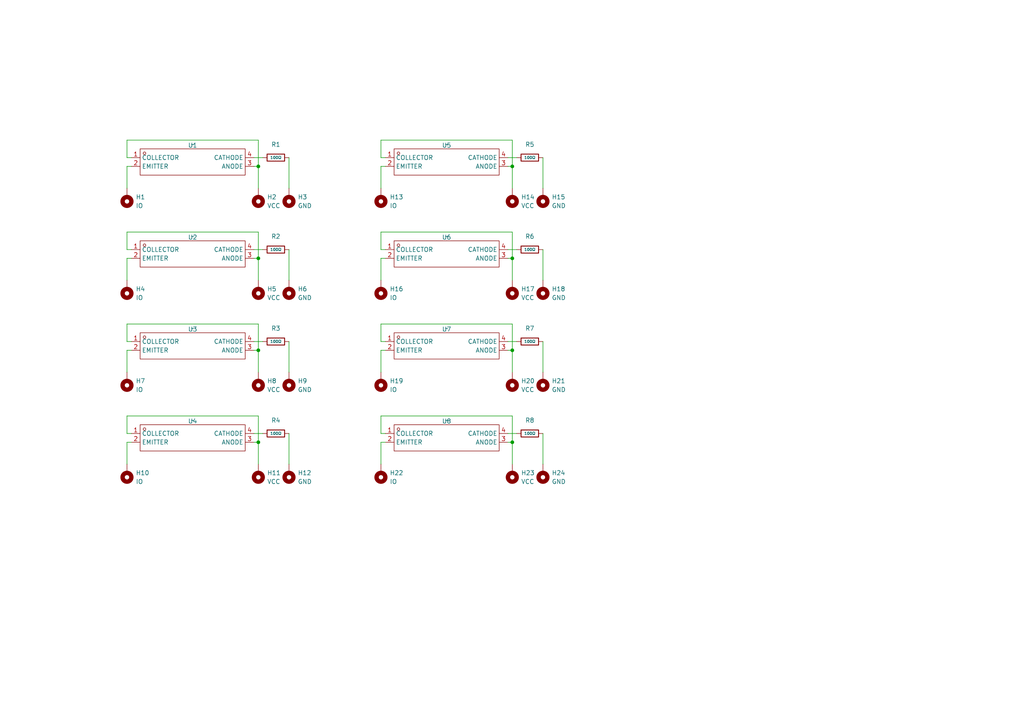
<source format=kicad_sch>
(kicad_sch (version 20250114) (generator "eeschema") (generator_version "9.0")
  (paper "A4")
  (lib_symbols
    (symbol "Mechanical:MountingHole_Pad" (pin_numbers (hide yes)) (pin_names (offset 1.016) (hide yes)) (exclude_from_sim yes) (in_bom no)
      (property "Reference" "H" (at 0 6.35 0))
      (property "Value" "MountingHole_Pad" (at 0 4.445 0))
      (symbol "MountingHole_Pad_0_1"
        (circle (center 0 1.27) (radius 1.27) (stroke (width 1.27)))
      )
      (symbol "MountingHole_Pad_1_1"
        (pin input line (at 0 -2.54 90) (length 2.54) (name "1") (number "1"))
      )
    )
    (symbol "PCM_JLCPCB-Resistors:0402,100Ω" (pin_numbers (hide yes)) (pin_names (offset 0))
      (property "Reference" "R" (at 1.778 0 0))
      (property "Value" "100Ω" (at 0 0 90))
      (symbol "0402,100Ω_0_1"
        (rectangle (start -1.016 2.54) (end 1.016 -2.54) (stroke (width 0.254)))
      )
      (symbol "0402,100Ω_1_1"
        (pin passive line (at 0 3.81 270) (length 1.27) (name "~") (number "1"))
        (pin passive line (at 0 -3.81 90) (length 1.27) (name "~") (number "2"))
      )
    )
    (symbol "Personal:ITR1204SR10A/TR(BY)"
      (property "Reference" "U" (at 0 0 0))
      (symbol "ITR1204SR10A/TR(BY)_1_0"
        (rectangle (start -15.24 -3.81) (end 15.24 3.81))
        (circle (center -13.97 2.54) (radius 0.381))
        (pin passive line (at -17.78 1.27 0) (length 2.54) (name "COLLECTOR") (number "1"))
        (pin passive line (at -17.78 -1.27 0) (length 2.54) (name "EMITTER") (number "2"))
        (pin passive line (at 17.78 1.27 180) (length 2.54) (name "CATHODE") (number "4"))
        (pin passive line (at 17.78 -1.27 180) (length 2.54) (name "ANODE") (number "3"))
      )
    )
  )
  (junction (at 148.59 48.26))
  (junction (at 148.59 128.27))
  (junction (at 74.93 48.26))
  (junction (at 74.93 128.27))
  (junction (at 148.59 101.6))
  (junction (at 74.93 74.93))
  (junction (at 148.59 74.93))
  (junction (at 74.93 101.6))
  (wire (pts (xy 74.93 48.26) (xy 74.93 54.61)))
  (wire (pts (xy 111.76 128.27) (xy 110.49 128.27)))
  (wire (pts (xy 38.1 45.72) (xy 36.83 45.72)))
  (wire (pts (xy 110.49 74.93) (xy 110.49 81.28)))
  (wire (pts (xy 148.59 101.6) (xy 148.59 107.95)))
  (wire (pts (xy 36.83 67.31) (xy 74.93 67.31)))
  (wire (pts (xy 110.49 101.6) (xy 110.49 107.95)))
  (wire (pts (xy 38.1 101.6) (xy 36.83 101.6)))
  (wire (pts (xy 148.59 74.93) (xy 148.59 81.28)))
  (wire (pts (xy 148.59 67.31) (xy 148.59 74.93)))
  (wire (pts (xy 73.66 101.6) (xy 74.93 101.6)))
  (wire (pts (xy 38.1 74.93) (xy 36.83 74.93)))
  (wire (pts (xy 157.48 72.39) (xy 157.48 81.28)))
  (wire (pts (xy 110.49 45.72) (xy 110.49 40.64)))
  (wire (pts (xy 147.32 45.72) (xy 149.86 45.72)))
  (wire (pts (xy 73.66 72.39) (xy 76.2 72.39)))
  (wire (pts (xy 147.32 74.93) (xy 148.59 74.93)))
  (wire (pts (xy 74.93 120.65) (xy 74.93 128.27)))
  (wire (pts (xy 74.93 93.98) (xy 74.93 101.6)))
  (wire (pts (xy 111.76 74.93) (xy 110.49 74.93)))
  (wire (pts (xy 147.32 72.39) (xy 149.86 72.39)))
  (wire (pts (xy 36.83 45.72) (xy 36.83 40.64)))
  (wire (pts (xy 148.59 128.27) (xy 148.59 134.62)))
  (wire (pts (xy 74.93 40.64) (xy 74.93 48.26)))
  (wire (pts (xy 38.1 125.73) (xy 36.83 125.73)))
  (wire (pts (xy 73.66 74.93) (xy 74.93 74.93)))
  (wire (pts (xy 73.66 45.72) (xy 76.2 45.72)))
  (wire (pts (xy 157.48 99.06) (xy 157.48 107.95)))
  (wire (pts (xy 36.83 74.93) (xy 36.83 81.28)))
  (wire (pts (xy 157.48 125.73) (xy 157.48 134.62)))
  (wire (pts (xy 111.76 125.73) (xy 110.49 125.73)))
  (wire (pts (xy 148.59 48.26) (xy 148.59 54.61)))
  (wire (pts (xy 36.83 40.64) (xy 74.93 40.64)))
  (wire (pts (xy 148.59 93.98) (xy 148.59 101.6)))
  (wire (pts (xy 110.49 93.98) (xy 148.59 93.98)))
  (wire (pts (xy 73.66 128.27) (xy 74.93 128.27)))
  (wire (pts (xy 110.49 48.26) (xy 110.49 54.61)))
  (wire (pts (xy 83.82 72.39) (xy 83.82 81.28)))
  (wire (pts (xy 36.83 101.6) (xy 36.83 107.95)))
  (wire (pts (xy 74.93 101.6) (xy 74.93 107.95)))
  (wire (pts (xy 147.32 48.26) (xy 148.59 48.26)))
  (wire (pts (xy 111.76 101.6) (xy 110.49 101.6)))
  (wire (pts (xy 147.32 128.27) (xy 148.59 128.27)))
  (wire (pts (xy 73.66 125.73) (xy 76.2 125.73)))
  (wire (pts (xy 36.83 120.65) (xy 74.93 120.65)))
  (wire (pts (xy 110.49 72.39) (xy 110.49 67.31)))
  (wire (pts (xy 110.49 99.06) (xy 110.49 93.98)))
  (wire (pts (xy 38.1 128.27) (xy 36.83 128.27)))
  (wire (pts (xy 36.83 48.26) (xy 36.83 54.61)))
  (wire (pts (xy 83.82 125.73) (xy 83.82 134.62)))
  (wire (pts (xy 147.32 125.73) (xy 149.86 125.73)))
  (wire (pts (xy 110.49 125.73) (xy 110.49 120.65)))
  (wire (pts (xy 36.83 125.73) (xy 36.83 120.65)))
  (wire (pts (xy 111.76 48.26) (xy 110.49 48.26)))
  (wire (pts (xy 38.1 99.06) (xy 36.83 99.06)))
  (wire (pts (xy 111.76 45.72) (xy 110.49 45.72)))
  (wire (pts (xy 74.93 67.31) (xy 74.93 74.93)))
  (wire (pts (xy 157.48 45.72) (xy 157.48 54.61)))
  (wire (pts (xy 38.1 72.39) (xy 36.83 72.39)))
  (wire (pts (xy 83.82 45.72) (xy 83.82 54.61)))
  (wire (pts (xy 110.49 128.27) (xy 110.49 134.62)))
  (wire (pts (xy 111.76 72.39) (xy 110.49 72.39)))
  (wire (pts (xy 36.83 128.27) (xy 36.83 134.62)))
  (wire (pts (xy 74.93 74.93) (xy 74.93 81.28)))
  (wire (pts (xy 73.66 48.26) (xy 74.93 48.26)))
  (wire (pts (xy 36.83 93.98) (xy 74.93 93.98)))
  (wire (pts (xy 38.1 48.26) (xy 36.83 48.26)))
  (wire (pts (xy 147.32 101.6) (xy 148.59 101.6)))
  (wire (pts (xy 110.49 40.64) (xy 148.59 40.64)))
  (wire (pts (xy 110.49 120.65) (xy 148.59 120.65)))
  (wire (pts (xy 83.82 99.06) (xy 83.82 107.95)))
  (wire (pts (xy 73.66 99.06) (xy 76.2 99.06)))
  (wire (pts (xy 111.76 99.06) (xy 110.49 99.06)))
  (wire (pts (xy 36.83 99.06) (xy 36.83 93.98)))
  (wire (pts (xy 110.49 67.31) (xy 148.59 67.31)))
  (wire (pts (xy 148.59 120.65) (xy 148.59 128.27)))
  (wire (pts (xy 147.32 99.06) (xy 149.86 99.06)))
  (wire (pts (xy 74.93 128.27) (xy 74.93 134.62)))
  (wire (pts (xy 36.83 72.39) (xy 36.83 67.31)))
  (wire (pts (xy 148.59 40.64) (xy 148.59 48.26)))
  (symbol (lib_id "Mechanical:MountingHole_Pad") (at 83.82 137.16 180) (unit 1) (exclude_from_sim yes) (in_bom no)
    (property "Reference" "H12" (at 86.36 137.1599 0) (effects (justify right)))
    (property "Value" "GND" (at 86.36 139.6999 0) (effects (justify right)))
    (property "Footprint" "TestPoint:TestPoint_Pad_1.5x1.5mm" (effects (hide yes)))
    (property "Description" "Mounting Hole with connection" (effects (hide yes)))
  )
  (symbol (lib_id "Mechanical:MountingHole_Pad") (at 157.48 137.16 180) (unit 1) (exclude_from_sim yes) (in_bom no)
    (property "Reference" "H24" (at 160.02 137.1599 0) (effects (justify right)))
    (property "Value" "GND" (at 160.02 139.6999 0) (effects (justify right)))
    (property "Footprint" "TestPoint:TestPoint_Pad_1.5x1.5mm" (effects (hide yes)))
    (property "Description" "Mounting Hole with connection" (effects (hide yes)))
  )
  (symbol (lib_id "Mechanical:MountingHole_Pad") (at 110.49 83.82 180) (unit 1) (exclude_from_sim yes) (in_bom no)
    (property "Reference" "H16" (at 113.03 83.8199 0) (effects (justify right)))
    (property "Value" "IO" (at 113.03 86.3599 0) (effects (justify right)))
    (property "Footprint" "TestPoint:TestPoint_Pad_1.5x1.5mm" (effects (hide yes)))
    (property "Description" "Mounting Hole with connection" (effects (hide yes)))
  )
  (symbol (lib_id "Personal:ITR1204SR10A/TR(BY)") (at 129.54 73.66 0) (unit 1)
    (property "Reference" "U6" (at 129.54 68.834 0))
    (property "Value" "~" (at 129.54 68.58 0))
    (property "Footprint" "Personal:OPTO-SMD-4_ITR1204SR10A" (effects (hide yes)))
    (property "Datasheet" "https://atta.szlcsc.com/upload/public/pdf/source/20191225/C475373_F9EE08A51521E2AFAD7FD200FF61B0D9.pdf" (effects (hide yes)))
    (property "Manufacturer Part" "ITR1204SR10A/TR(BY)" (effects (hide yes)))
    (property "Manufacturer" "EVERLIGHT(亿光)" (effects (hide yes)))
    (property "Supplier Part" "C475373" (effects (hide yes)))
    (property "Supplier" "LCSC" (effects (hide yes)))
    (property "LCSC Part Name" "光电开关(ITR)" (effects (hide yes)))
  )
  (symbol (lib_id "Mechanical:MountingHole_Pad") (at 74.93 83.82 180) (unit 1) (exclude_from_sim yes) (in_bom no)
    (property "Reference" "H5" (at 77.47 83.8199 0) (effects (justify right)))
    (property "Value" "VCC" (at 77.47 86.3599 0) (effects (justify right)))
    (property "Footprint" "TestPoint:TestPoint_Pad_1.5x1.5mm" (effects (hide yes)))
    (property "Description" "Mounting Hole with connection" (effects (hide yes)))
  )
  (symbol (lib_id "PCM_JLCPCB-Resistors:0402,100Ω") (at 153.67 72.39 90) (unit 1)
    (property "Reference" "R6" (at 153.67 68.58 90))
    (property "Value" "100Ω" (at 153.67 72.39 90) (effects (font (size 0.8 0.8))))
    (property "Footprint" "PCM_JLCPCB:R_0402" (effects (hide yes)))
    (property "Datasheet" "https://www.lcsc.com/datasheet/lcsc_datasheet_2205311900_UNI-ROYAL-Uniroyal-Elec-0402WGF1000TCE_C25076.pdf" (effects (hide yes)))
    (property "Description" "62.5mW Thick Film Resistors 50V ±1% ±200ppm/°C 100Ω 0402 Chip Resistor - Surface Mount ROHS" (effects (hide yes)))
    (property "LCSC" "C25076" (effects (hide yes)))
    (property "Stock" "4754521" (effects (hide yes)))
    (property "Price" "0.004USD" (effects (hide yes)))
    (property "Process" "SMT" (effects (hide yes)))
    (property "Minimum Qty" "20" (effects (hide yes)))
    (property "Attrition Qty" "10" (effects (hide yes)))
    (property "Class" "Basic Component" (effects (hide yes)))
    (property "Category" "Resistors,Chip Resistor - Surface Mount" (effects (hide yes)))
    (property "Manufacturer" "UNI-ROYAL(Uniroyal Elec)" (effects (hide yes)))
    (property "Part" "0402WGF1000TCE" (effects (hide yes)))
    (property "Resistance" "100Ω" (effects (hide yes)))
    (property "Power(Watts)" "62.5mW" (effects (hide yes)))
    (property "Type" "Thick Film Resistors" (effects (hide yes)))
    (property "Overload Voltage (Max)" "50V" (effects (hide yes)))
    (property "Operating Temperature Range" "-55°C~+155°C" (effects (hide yes)))
    (property "Tolerance" "±1%" (effects (hide yes)))
    (property "Temperature Coefficient" "±200ppm/°C" (effects (hide yes)))
  )
  (symbol (lib_id "Mechanical:MountingHole_Pad") (at 36.83 57.15 180) (unit 1) (exclude_from_sim yes) (in_bom no)
    (property "Reference" "H1" (at 39.37 57.1499 0) (effects (justify right)))
    (property "Value" "IO" (at 39.37 59.6899 0) (effects (justify right)))
    (property "Footprint" "TestPoint:TestPoint_Pad_1.5x1.5mm" (effects (hide yes)))
    (property "Description" "Mounting Hole with connection" (effects (hide yes)))
  )
  (symbol (lib_id "Mechanical:MountingHole_Pad") (at 157.48 110.49 180) (unit 1) (exclude_from_sim yes) (in_bom no)
    (property "Reference" "H21" (at 160.02 110.4899 0) (effects (justify right)))
    (property "Value" "GND" (at 160.02 113.0299 0) (effects (justify right)))
    (property "Footprint" "TestPoint:TestPoint_Pad_1.5x1.5mm" (effects (hide yes)))
    (property "Description" "Mounting Hole with connection" (effects (hide yes)))
  )
  (symbol (lib_id "Mechanical:MountingHole_Pad") (at 36.83 110.49 180) (unit 1) (exclude_from_sim yes) (in_bom no)
    (property "Reference" "H7" (at 39.37 110.4899 0) (effects (justify right)))
    (property "Value" "IO" (at 39.37 113.0299 0) (effects (justify right)))
    (property "Footprint" "TestPoint:TestPoint_Pad_1.5x1.5mm" (effects (hide yes)))
    (property "Description" "Mounting Hole with connection" (effects (hide yes)))
  )
  (symbol (lib_id "Mechanical:MountingHole_Pad") (at 74.93 137.16 180) (unit 1) (exclude_from_sim yes) (in_bom no)
    (property "Reference" "H11" (at 77.47 137.1599 0) (effects (justify right)))
    (property "Value" "VCC" (at 77.47 139.6999 0) (effects (justify right)))
    (property "Footprint" "TestPoint:TestPoint_Pad_1.5x1.5mm" (effects (hide yes)))
    (property "Description" "Mounting Hole with connection" (effects (hide yes)))
  )
  (symbol (lib_id "Mechanical:MountingHole_Pad") (at 110.49 57.15 180) (unit 1) (exclude_from_sim yes) (in_bom no)
    (property "Reference" "H13" (at 113.03 57.1499 0) (effects (justify right)))
    (property "Value" "IO" (at 113.03 59.6899 0) (effects (justify right)))
    (property "Footprint" "TestPoint:TestPoint_Pad_1.5x1.5mm" (effects (hide yes)))
    (property "Description" "Mounting Hole with connection" (effects (hide yes)))
  )
  (symbol (lib_id "Mechanical:MountingHole_Pad") (at 74.93 110.49 180) (unit 1) (exclude_from_sim yes) (in_bom no)
    (property "Reference" "H8" (at 77.47 110.4899 0) (effects (justify right)))
    (property "Value" "VCC" (at 77.47 113.0299 0) (effects (justify right)))
    (property "Footprint" "TestPoint:TestPoint_Pad_1.5x1.5mm" (effects (hide yes)))
    (property "Description" "Mounting Hole with connection" (effects (hide yes)))
  )
  (symbol (lib_id "Mechanical:MountingHole_Pad") (at 83.82 110.49 180) (unit 1) (exclude_from_sim yes) (in_bom no)
    (property "Reference" "H9" (at 86.36 110.4899 0) (effects (justify right)))
    (property "Value" "GND" (at 86.36 113.0299 0) (effects (justify right)))
    (property "Footprint" "TestPoint:TestPoint_Pad_1.5x1.5mm" (effects (hide yes)))
    (property "Description" "Mounting Hole with connection" (effects (hide yes)))
  )
  (symbol (lib_id "Mechanical:MountingHole_Pad") (at 148.59 57.15 180) (unit 1) (exclude_from_sim yes) (in_bom no)
    (property "Reference" "H14" (at 151.13 57.1499 0) (effects (justify right)))
    (property "Value" "VCC" (at 151.13 59.6899 0) (effects (justify right)))
    (property "Footprint" "TestPoint:TestPoint_Pad_1.5x1.5mm" (effects (hide yes)))
    (property "Description" "Mounting Hole with connection" (effects (hide yes)))
  )
  (symbol (lib_id "Personal:ITR1204SR10A/TR(BY)") (at 55.88 46.99 0) (unit 1)
    (property "Reference" "U1" (at 55.88 42.164 0))
    (property "Value" "~" (at 55.88 41.91 0))
    (property "Footprint" "Personal:OPTO-SMD-4_ITR1204SR10A" (effects (hide yes)))
    (property "Datasheet" "https://atta.szlcsc.com/upload/public/pdf/source/20191225/C475373_F9EE08A51521E2AFAD7FD200FF61B0D9.pdf" (effects (hide yes)))
    (property "Manufacturer Part" "ITR1204SR10A/TR(BY)" (effects (hide yes)))
    (property "Manufacturer" "EVERLIGHT(亿光)" (effects (hide yes)))
    (property "Supplier Part" "C475373" (effects (hide yes)))
    (property "Supplier" "LCSC" (effects (hide yes)))
    (property "LCSC Part Name" "光电开关(ITR)" (effects (hide yes)))
  )
  (symbol (lib_id "Personal:ITR1204SR10A/TR(BY)") (at 55.88 73.66 0) (unit 1)
    (property "Reference" "U2" (at 55.88 68.834 0))
    (property "Value" "~" (at 55.88 68.58 0))
    (property "Footprint" "Personal:OPTO-SMD-4_ITR1204SR10A" (effects (hide yes)))
    (property "Datasheet" "https://atta.szlcsc.com/upload/public/pdf/source/20191225/C475373_F9EE08A51521E2AFAD7FD200FF61B0D9.pdf" (effects (hide yes)))
    (property "Manufacturer Part" "ITR1204SR10A/TR(BY)" (effects (hide yes)))
    (property "Manufacturer" "EVERLIGHT(亿光)" (effects (hide yes)))
    (property "Supplier Part" "C475373" (effects (hide yes)))
    (property "Supplier" "LCSC" (effects (hide yes)))
    (property "LCSC Part Name" "光电开关(ITR)" (effects (hide yes)))
  )
  (symbol (lib_id "PCM_JLCPCB-Resistors:0402,100Ω") (at 80.01 72.39 90) (unit 1)
    (property "Reference" "R2" (at 80.01 68.58 90))
    (property "Value" "100Ω" (at 80.01 72.39 90) (effects (font (size 0.8 0.8))))
    (property "Footprint" "PCM_JLCPCB:R_0402" (effects (hide yes)))
    (property "Datasheet" "https://www.lcsc.com/datasheet/lcsc_datasheet_2205311900_UNI-ROYAL-Uniroyal-Elec-0402WGF1000TCE_C25076.pdf" (effects (hide yes)))
    (property "Description" "62.5mW Thick Film Resistors 50V ±1% ±200ppm/°C 100Ω 0402 Chip Resistor - Surface Mount ROHS" (effects (hide yes)))
    (property "LCSC" "C25076" (effects (hide yes)))
    (property "Stock" "4754521" (effects (hide yes)))
    (property "Price" "0.004USD" (effects (hide yes)))
    (property "Process" "SMT" (effects (hide yes)))
    (property "Minimum Qty" "20" (effects (hide yes)))
    (property "Attrition Qty" "10" (effects (hide yes)))
    (property "Class" "Basic Component" (effects (hide yes)))
    (property "Category" "Resistors,Chip Resistor - Surface Mount" (effects (hide yes)))
    (property "Manufacturer" "UNI-ROYAL(Uniroyal Elec)" (effects (hide yes)))
    (property "Part" "0402WGF1000TCE" (effects (hide yes)))
    (property "Resistance" "100Ω" (effects (hide yes)))
    (property "Power(Watts)" "62.5mW" (effects (hide yes)))
    (property "Type" "Thick Film Resistors" (effects (hide yes)))
    (property "Overload Voltage (Max)" "50V" (effects (hide yes)))
    (property "Operating Temperature Range" "-55°C~+155°C" (effects (hide yes)))
    (property "Tolerance" "±1%" (effects (hide yes)))
    (property "Temperature Coefficient" "±200ppm/°C" (effects (hide yes)))
  )
  (symbol (lib_id "Personal:ITR1204SR10A/TR(BY)") (at 55.88 127 0) (unit 1)
    (property "Reference" "U4" (at 55.88 122.174 0))
    (property "Value" "~" (at 55.88 121.92 0))
    (property "Footprint" "Personal:OPTO-SMD-4_ITR1204SR10A" (effects (hide yes)))
    (property "Datasheet" "https://atta.szlcsc.com/upload/public/pdf/source/20191225/C475373_F9EE08A51521E2AFAD7FD200FF61B0D9.pdf" (effects (hide yes)))
    (property "Manufacturer Part" "ITR1204SR10A/TR(BY)" (effects (hide yes)))
    (property "Manufacturer" "EVERLIGHT(亿光)" (effects (hide yes)))
    (property "Supplier Part" "C475373" (effects (hide yes)))
    (property "Supplier" "LCSC" (effects (hide yes)))
    (property "LCSC Part Name" "光电开关(ITR)" (effects (hide yes)))
  )
  (symbol (lib_id "PCM_JLCPCB-Resistors:0402,100Ω") (at 80.01 99.06 90) (unit 1)
    (property "Reference" "R3" (at 80.01 95.25 90))
    (property "Value" "100Ω" (at 80.01 99.06 90) (effects (font (size 0.8 0.8))))
    (property "Footprint" "PCM_JLCPCB:R_0402" (effects (hide yes)))
    (property "Datasheet" "https://www.lcsc.com/datasheet/lcsc_datasheet_2205311900_UNI-ROYAL-Uniroyal-Elec-0402WGF1000TCE_C25076.pdf" (effects (hide yes)))
    (property "Description" "62.5mW Thick Film Resistors 50V ±1% ±200ppm/°C 100Ω 0402 Chip Resistor - Surface Mount ROHS" (effects (hide yes)))
    (property "LCSC" "C25076" (effects (hide yes)))
    (property "Stock" "4754521" (effects (hide yes)))
    (property "Price" "0.004USD" (effects (hide yes)))
    (property "Process" "SMT" (effects (hide yes)))
    (property "Minimum Qty" "20" (effects (hide yes)))
    (property "Attrition Qty" "10" (effects (hide yes)))
    (property "Class" "Basic Component" (effects (hide yes)))
    (property "Category" "Resistors,Chip Resistor - Surface Mount" (effects (hide yes)))
    (property "Manufacturer" "UNI-ROYAL(Uniroyal Elec)" (effects (hide yes)))
    (property "Part" "0402WGF1000TCE" (effects (hide yes)))
    (property "Resistance" "100Ω" (effects (hide yes)))
    (property "Power(Watts)" "62.5mW" (effects (hide yes)))
    (property "Type" "Thick Film Resistors" (effects (hide yes)))
    (property "Overload Voltage (Max)" "50V" (effects (hide yes)))
    (property "Operating Temperature Range" "-55°C~+155°C" (effects (hide yes)))
    (property "Tolerance" "±1%" (effects (hide yes)))
    (property "Temperature Coefficient" "±200ppm/°C" (effects (hide yes)))
  )
  (symbol (lib_id "PCM_JLCPCB-Resistors:0402,100Ω") (at 80.01 125.73 90) (unit 1)
    (property "Reference" "R4" (at 80.01 121.92 90))
    (property "Value" "100Ω" (at 80.01 125.73 90) (effects (font (size 0.8 0.8))))
    (property "Footprint" "PCM_JLCPCB:R_0402" (effects (hide yes)))
    (property "Datasheet" "https://www.lcsc.com/datasheet/lcsc_datasheet_2205311900_UNI-ROYAL-Uniroyal-Elec-0402WGF1000TCE_C25076.pdf" (effects (hide yes)))
    (property "Description" "62.5mW Thick Film Resistors 50V ±1% ±200ppm/°C 100Ω 0402 Chip Resistor - Surface Mount ROHS" (effects (hide yes)))
    (property "LCSC" "C25076" (effects (hide yes)))
    (property "Stock" "4754521" (effects (hide yes)))
    (property "Price" "0.004USD" (effects (hide yes)))
    (property "Process" "SMT" (effects (hide yes)))
    (property "Minimum Qty" "20" (effects (hide yes)))
    (property "Attrition Qty" "10" (effects (hide yes)))
    (property "Class" "Basic Component" (effects (hide yes)))
    (property "Category" "Resistors,Chip Resistor - Surface Mount" (effects (hide yes)))
    (property "Manufacturer" "UNI-ROYAL(Uniroyal Elec)" (effects (hide yes)))
    (property "Part" "0402WGF1000TCE" (effects (hide yes)))
    (property "Resistance" "100Ω" (effects (hide yes)))
    (property "Power(Watts)" "62.5mW" (effects (hide yes)))
    (property "Type" "Thick Film Resistors" (effects (hide yes)))
    (property "Overload Voltage (Max)" "50V" (effects (hide yes)))
    (property "Operating Temperature Range" "-55°C~+155°C" (effects (hide yes)))
    (property "Tolerance" "±1%" (effects (hide yes)))
    (property "Temperature Coefficient" "±200ppm/°C" (effects (hide yes)))
  )
  (symbol (lib_id "Mechanical:MountingHole_Pad") (at 74.93 57.15 180) (unit 1) (exclude_from_sim yes) (in_bom no)
    (property "Reference" "H2" (at 77.47 57.1499 0) (effects (justify right)))
    (property "Value" "VCC" (at 77.47 59.6899 0) (effects (justify right)))
    (property "Footprint" "TestPoint:TestPoint_Pad_1.5x1.5mm" (effects (hide yes)))
    (property "Description" "Mounting Hole with connection" (effects (hide yes)))
  )
  (symbol (lib_id "Mechanical:MountingHole_Pad") (at 157.48 57.15 180) (unit 1) (exclude_from_sim yes) (in_bom no)
    (property "Reference" "H15" (at 160.02 57.1499 0) (effects (justify right)))
    (property "Value" "GND" (at 160.02 59.6899 0) (effects (justify right)))
    (property "Footprint" "TestPoint:TestPoint_Pad_1.5x1.5mm" (effects (hide yes)))
    (property "Description" "Mounting Hole with connection" (effects (hide yes)))
  )
  (symbol (lib_id "PCM_JLCPCB-Resistors:0402,100Ω") (at 153.67 99.06 90) (unit 1)
    (property "Reference" "R7" (at 153.67 95.25 90))
    (property "Value" "100Ω" (at 153.67 99.06 90) (effects (font (size 0.8 0.8))))
    (property "Footprint" "PCM_JLCPCB:R_0402" (effects (hide yes)))
    (property "Datasheet" "https://www.lcsc.com/datasheet/lcsc_datasheet_2205311900_UNI-ROYAL-Uniroyal-Elec-0402WGF1000TCE_C25076.pdf" (effects (hide yes)))
    (property "Description" "62.5mW Thick Film Resistors 50V ±1% ±200ppm/°C 100Ω 0402 Chip Resistor - Surface Mount ROHS" (effects (hide yes)))
    (property "LCSC" "C25076" (effects (hide yes)))
    (property "Stock" "4754521" (effects (hide yes)))
    (property "Price" "0.004USD" (effects (hide yes)))
    (property "Process" "SMT" (effects (hide yes)))
    (property "Minimum Qty" "20" (effects (hide yes)))
    (property "Attrition Qty" "10" (effects (hide yes)))
    (property "Class" "Basic Component" (effects (hide yes)))
    (property "Category" "Resistors,Chip Resistor - Surface Mount" (effects (hide yes)))
    (property "Manufacturer" "UNI-ROYAL(Uniroyal Elec)" (effects (hide yes)))
    (property "Part" "0402WGF1000TCE" (effects (hide yes)))
    (property "Resistance" "100Ω" (effects (hide yes)))
    (property "Power(Watts)" "62.5mW" (effects (hide yes)))
    (property "Type" "Thick Film Resistors" (effects (hide yes)))
    (property "Overload Voltage (Max)" "50V" (effects (hide yes)))
    (property "Operating Temperature Range" "-55°C~+155°C" (effects (hide yes)))
    (property "Tolerance" "±1%" (effects (hide yes)))
    (property "Temperature Coefficient" "±200ppm/°C" (effects (hide yes)))
  )
  (symbol (lib_id "Mechanical:MountingHole_Pad") (at 148.59 83.82 180) (unit 1) (exclude_from_sim yes) (in_bom no)
    (property "Reference" "H17" (at 151.13 83.8199 0) (effects (justify right)))
    (property "Value" "VCC" (at 151.13 86.3599 0) (effects (justify right)))
    (property "Footprint" "TestPoint:TestPoint_Pad_1.5x1.5mm" (effects (hide yes)))
    (property "Description" "Mounting Hole with connection" (effects (hide yes)))
  )
  (symbol (lib_id "Mechanical:MountingHole_Pad") (at 83.82 83.82 180) (unit 1) (exclude_from_sim yes) (in_bom no)
    (property "Reference" "H6" (at 86.36 83.8199 0) (effects (justify right)))
    (property "Value" "GND" (at 86.36 86.3599 0) (effects (justify right)))
    (property "Footprint" "TestPoint:TestPoint_Pad_1.5x1.5mm" (effects (hide yes)))
    (property "Description" "Mounting Hole with connection" (effects (hide yes)))
  )
  (symbol (lib_id "Personal:ITR1204SR10A/TR(BY)") (at 129.54 100.33 0) (unit 1)
    (property "Reference" "U7" (at 129.54 95.504 0))
    (property "Value" "~" (at 129.54 95.25 0))
    (property "Footprint" "Personal:OPTO-SMD-4_ITR1204SR10A" (effects (hide yes)))
    (property "Datasheet" "https://atta.szlcsc.com/upload/public/pdf/source/20191225/C475373_F9EE08A51521E2AFAD7FD200FF61B0D9.pdf" (effects (hide yes)))
    (property "Manufacturer Part" "ITR1204SR10A/TR(BY)" (effects (hide yes)))
    (property "Manufacturer" "EVERLIGHT(亿光)" (effects (hide yes)))
    (property "Supplier Part" "C475373" (effects (hide yes)))
    (property "Supplier" "LCSC" (effects (hide yes)))
    (property "LCSC Part Name" "光电开关(ITR)" (effects (hide yes)))
  )
  (symbol (lib_id "Mechanical:MountingHole_Pad") (at 148.59 110.49 180) (unit 1) (exclude_from_sim yes) (in_bom no)
    (property "Reference" "H20" (at 151.13 110.4899 0) (effects (justify right)))
    (property "Value" "VCC" (at 151.13 113.0299 0) (effects (justify right)))
    (property "Footprint" "TestPoint:TestPoint_Pad_1.5x1.5mm" (effects (hide yes)))
    (property "Description" "Mounting Hole with connection" (effects (hide yes)))
  )
  (symbol (lib_id "PCM_JLCPCB-Resistors:0402,100Ω") (at 153.67 45.72 90) (unit 1)
    (property "Reference" "R5" (at 153.67 41.91 90))
    (property "Value" "100Ω" (at 153.67 45.72 90) (effects (font (size 0.8 0.8))))
    (property "Footprint" "PCM_JLCPCB:R_0402" (effects (hide yes)))
    (property "Datasheet" "https://www.lcsc.com/datasheet/lcsc_datasheet_2205311900_UNI-ROYAL-Uniroyal-Elec-0402WGF1000TCE_C25076.pdf" (effects (hide yes)))
    (property "Description" "62.5mW Thick Film Resistors 50V ±1% ±200ppm/°C 100Ω 0402 Chip Resistor - Surface Mount ROHS" (effects (hide yes)))
    (property "LCSC" "C25076" (effects (hide yes)))
    (property "Stock" "4754521" (effects (hide yes)))
    (property "Price" "0.004USD" (effects (hide yes)))
    (property "Process" "SMT" (effects (hide yes)))
    (property "Minimum Qty" "20" (effects (hide yes)))
    (property "Attrition Qty" "10" (effects (hide yes)))
    (property "Class" "Basic Component" (effects (hide yes)))
    (property "Category" "Resistors,Chip Resistor - Surface Mount" (effects (hide yes)))
    (property "Manufacturer" "UNI-ROYAL(Uniroyal Elec)" (effects (hide yes)))
    (property "Part" "0402WGF1000TCE" (effects (hide yes)))
    (property "Resistance" "100Ω" (effects (hide yes)))
    (property "Power(Watts)" "62.5mW" (effects (hide yes)))
    (property "Type" "Thick Film Resistors" (effects (hide yes)))
    (property "Overload Voltage (Max)" "50V" (effects (hide yes)))
    (property "Operating Temperature Range" "-55°C~+155°C" (effects (hide yes)))
    (property "Tolerance" "±1%" (effects (hide yes)))
    (property "Temperature Coefficient" "±200ppm/°C" (effects (hide yes)))
  )
  (symbol (lib_id "Personal:ITR1204SR10A/TR(BY)") (at 129.54 46.99 0) (unit 1)
    (property "Reference" "U5" (at 129.54 42.164 0))
    (property "Value" "~" (at 129.54 41.91 0))
    (property "Footprint" "Personal:OPTO-SMD-4_ITR1204SR10A" (effects (hide yes)))
    (property "Datasheet" "https://atta.szlcsc.com/upload/public/pdf/source/20191225/C475373_F9EE08A51521E2AFAD7FD200FF61B0D9.pdf" (effects (hide yes)))
    (property "Manufacturer Part" "ITR1204SR10A/TR(BY)" (effects (hide yes)))
    (property "Manufacturer" "EVERLIGHT(亿光)" (effects (hide yes)))
    (property "Supplier Part" "C475373" (effects (hide yes)))
    (property "Supplier" "LCSC" (effects (hide yes)))
    (property "LCSC Part Name" "光电开关(ITR)" (effects (hide yes)))
  )
  (symbol (lib_id "Mechanical:MountingHole_Pad") (at 110.49 137.16 180) (unit 1) (exclude_from_sim yes) (in_bom no)
    (property "Reference" "H22" (at 113.03 137.1599 0) (effects (justify right)))
    (property "Value" "IO" (at 113.03 139.6999 0) (effects (justify right)))
    (property "Footprint" "TestPoint:TestPoint_Pad_1.5x1.5mm" (effects (hide yes)))
    (property "Description" "Mounting Hole with connection" (effects (hide yes)))
  )
  (symbol (lib_id "PCM_JLCPCB-Resistors:0402,100Ω") (at 153.67 125.73 90) (unit 1)
    (property "Reference" "R8" (at 153.67 121.92 90))
    (property "Value" "100Ω" (at 153.67 125.73 90) (effects (font (size 0.8 0.8))))
    (property "Footprint" "PCM_JLCPCB:R_0402" (effects (hide yes)))
    (property "Datasheet" "https://www.lcsc.com/datasheet/lcsc_datasheet_2205311900_UNI-ROYAL-Uniroyal-Elec-0402WGF1000TCE_C25076.pdf" (effects (hide yes)))
    (property "Description" "62.5mW Thick Film Resistors 50V ±1% ±200ppm/°C 100Ω 0402 Chip Resistor - Surface Mount ROHS" (effects (hide yes)))
    (property "LCSC" "C25076" (effects (hide yes)))
    (property "Stock" "4754521" (effects (hide yes)))
    (property "Price" "0.004USD" (effects (hide yes)))
    (property "Process" "SMT" (effects (hide yes)))
    (property "Minimum Qty" "20" (effects (hide yes)))
    (property "Attrition Qty" "10" (effects (hide yes)))
    (property "Class" "Basic Component" (effects (hide yes)))
    (property "Category" "Resistors,Chip Resistor - Surface Mount" (effects (hide yes)))
    (property "Manufacturer" "UNI-ROYAL(Uniroyal Elec)" (effects (hide yes)))
    (property "Part" "0402WGF1000TCE" (effects (hide yes)))
    (property "Resistance" "100Ω" (effects (hide yes)))
    (property "Power(Watts)" "62.5mW" (effects (hide yes)))
    (property "Type" "Thick Film Resistors" (effects (hide yes)))
    (property "Overload Voltage (Max)" "50V" (effects (hide yes)))
    (property "Operating Temperature Range" "-55°C~+155°C" (effects (hide yes)))
    (property "Tolerance" "±1%" (effects (hide yes)))
    (property "Temperature Coefficient" "±200ppm/°C" (effects (hide yes)))
  )
  (symbol (lib_id "Mechanical:MountingHole_Pad") (at 36.83 137.16 180) (unit 1) (exclude_from_sim yes) (in_bom no)
    (property "Reference" "H10" (at 39.37 137.1599 0) (effects (justify right)))
    (property "Value" "IO" (at 39.37 139.6999 0) (effects (justify right)))
    (property "Footprint" "TestPoint:TestPoint_Pad_1.5x1.5mm" (effects (hide yes)))
    (property "Description" "Mounting Hole with connection" (effects (hide yes)))
  )
  (symbol (lib_id "Mechanical:MountingHole_Pad") (at 148.59 137.16 180) (unit 1) (exclude_from_sim yes) (in_bom no)
    (property "Reference" "H23" (at 151.13 137.1599 0) (effects (justify right)))
    (property "Value" "VCC" (at 151.13 139.6999 0) (effects (justify right)))
    (property "Footprint" "TestPoint:TestPoint_Pad_1.5x1.5mm" (effects (hide yes)))
    (property "Description" "Mounting Hole with connection" (effects (hide yes)))
  )
  (symbol (lib_id "Mechanical:MountingHole_Pad") (at 36.83 83.82 180) (unit 1) (exclude_from_sim yes) (in_bom no)
    (property "Reference" "H4" (at 39.37 83.8199 0) (effects (justify right)))
    (property "Value" "IO" (at 39.37 86.3599 0) (effects (justify right)))
    (property "Footprint" "TestPoint:TestPoint_Pad_1.5x1.5mm" (effects (hide yes)))
    (property "Description" "Mounting Hole with connection" (effects (hide yes)))
  )
  (symbol (lib_id "PCM_JLCPCB-Resistors:0402,100Ω") (at 80.01 45.72 90) (unit 1)
    (property "Reference" "R1" (at 80.01 41.91 90))
    (property "Value" "100Ω" (at 80.01 45.72 90) (effects (font (size 0.8 0.8))))
    (property "Footprint" "PCM_JLCPCB:R_0402" (effects (hide yes)))
    (property "Datasheet" "https://www.lcsc.com/datasheet/lcsc_datasheet_2205311900_UNI-ROYAL-Uniroyal-Elec-0402WGF1000TCE_C25076.pdf" (effects (hide yes)))
    (property "Description" "62.5mW Thick Film Resistors 50V ±1% ±200ppm/°C 100Ω 0402 Chip Resistor - Surface Mount ROHS" (effects (hide yes)))
    (property "LCSC" "C25076" (effects (hide yes)))
    (property "Stock" "4754521" (effects (hide yes)))
    (property "Price" "0.004USD" (effects (hide yes)))
    (property "Process" "SMT" (effects (hide yes)))
    (property "Minimum Qty" "20" (effects (hide yes)))
    (property "Attrition Qty" "10" (effects (hide yes)))
    (property "Class" "Basic Component" (effects (hide yes)))
    (property "Category" "Resistors,Chip Resistor - Surface Mount" (effects (hide yes)))
    (property "Manufacturer" "UNI-ROYAL(Uniroyal Elec)" (effects (hide yes)))
    (property "Part" "0402WGF1000TCE" (effects (hide yes)))
    (property "Resistance" "100Ω" (effects (hide yes)))
    (property "Power(Watts)" "62.5mW" (effects (hide yes)))
    (property "Type" "Thick Film Resistors" (effects (hide yes)))
    (property "Overload Voltage (Max)" "50V" (effects (hide yes)))
    (property "Operating Temperature Range" "-55°C~+155°C" (effects (hide yes)))
    (property "Tolerance" "±1%" (effects (hide yes)))
    (property "Temperature Coefficient" "±200ppm/°C" (effects (hide yes)))
  )
  (symbol (lib_id "Mechanical:MountingHole_Pad") (at 157.48 83.82 180) (unit 1) (exclude_from_sim yes) (in_bom no)
    (property "Reference" "H18" (at 160.02 83.8199 0) (effects (justify right)))
    (property "Value" "GND" (at 160.02 86.3599 0) (effects (justify right)))
    (property "Footprint" "TestPoint:TestPoint_Pad_1.5x1.5mm" (effects (hide yes)))
    (property "Description" "Mounting Hole with connection" (effects (hide yes)))
  )
  (symbol (lib_id "Mechanical:MountingHole_Pad") (at 110.49 110.49 180) (unit 1) (exclude_from_sim yes) (in_bom no)
    (property "Reference" "H19" (at 113.03 110.4899 0) (effects (justify right)))
    (property "Value" "IO" (at 113.03 113.0299 0) (effects (justify right)))
    (property "Footprint" "TestPoint:TestPoint_Pad_1.5x1.5mm" (effects (hide yes)))
    (property "Description" "Mounting Hole with connection" (effects (hide yes)))
  )
  (symbol (lib_id "Mechanical:MountingHole_Pad") (at 83.82 57.15 180) (unit 1) (exclude_from_sim yes) (in_bom no)
    (property "Reference" "H3" (at 86.36 57.1499 0) (effects (justify right)))
    (property "Value" "GND" (at 86.36 59.6899 0) (effects (justify right)))
    (property "Footprint" "TestPoint:TestPoint_Pad_1.5x1.5mm" (effects (hide yes)))
    (property "Description" "Mounting Hole with connection" (effects (hide yes)))
  )
  (symbol (lib_id "Personal:ITR1204SR10A/TR(BY)") (at 55.88 100.33 0) (unit 1)
    (property "Reference" "U3" (at 55.88 95.504 0))
    (property "Value" "~" (at 55.88 95.25 0))
    (property "Footprint" "Personal:OPTO-SMD-4_ITR1204SR10A" (effects (hide yes)))
    (property "Datasheet" "https://atta.szlcsc.com/upload/public/pdf/source/20191225/C475373_F9EE08A51521E2AFAD7FD200FF61B0D9.pdf" (effects (hide yes)))
    (property "Manufacturer Part" "ITR1204SR10A/TR(BY)" (effects (hide yes)))
    (property "Manufacturer" "EVERLIGHT(亿光)" (effects (hide yes)))
    (property "Supplier Part" "C475373" (effects (hide yes)))
    (property "Supplier" "LCSC" (effects (hide yes)))
    (property "LCSC Part Name" "光电开关(ITR)" (effects (hide yes)))
  )
  (symbol (lib_id "Personal:ITR1204SR10A/TR(BY)") (at 129.54 127 0) (unit 1)
    (property "Reference" "U8" (at 129.54 122.174 0))
    (property "Value" "~" (at 129.54 121.92 0))
    (property "Footprint" "Personal:OPTO-SMD-4_ITR1204SR10A" (effects (hide yes)))
    (property "Datasheet" "https://atta.szlcsc.com/upload/public/pdf/source/20191225/C475373_F9EE08A51521E2AFAD7FD200FF61B0D9.pdf" (effects (hide yes)))
    (property "Manufacturer Part" "ITR1204SR10A/TR(BY)" (effects (hide yes)))
    (property "Manufacturer" "EVERLIGHT(亿光)" (effects (hide yes)))
    (property "Supplier Part" "C475373" (effects (hide yes)))
    (property "Supplier" "LCSC" (effects (hide yes)))
    (property "LCSC Part Name" "光电开关(ITR)" (effects (hide yes)))
  )
)
</source>
